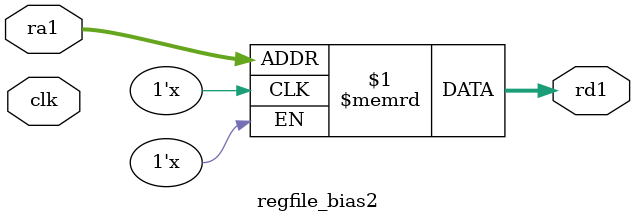
<source format=sv>
module regfile_bias2(input  logic        clk,
                input  logic [6:0] ra1,
                output logic [15:0] rd1);

    // one port register file
    // read one port combinationally
    //ra1 is the address that we want to read
    //rd1 is the data from memory that we get

    logic [15:0] rf[14:0];
    // rf is register file, 15:0 is data size and 14:0 is file length

   assign rd1 = rf[ra1];

endmodule // regfile

</source>
